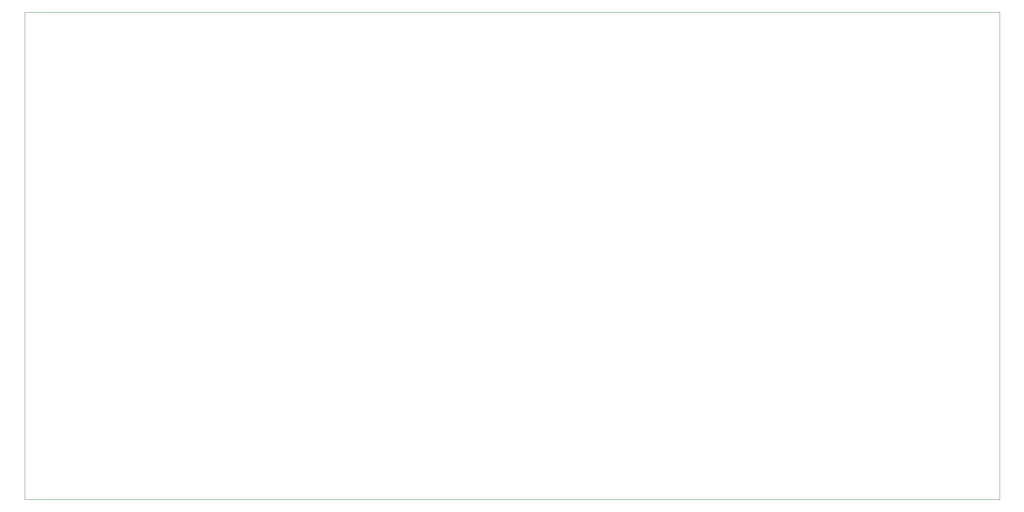
<source format=gbr>
G04 #@! TF.FileFunction,Profile,NP*
%FSLAX46Y46*%
G04 Gerber Fmt 4.6, Leading zero omitted, Abs format (unit mm)*
G04 Created by KiCad (PCBNEW 4.0.7-e2-6376~58~ubuntu16.04.1) date Thu Apr  4 23:28:41 2019*
%MOMM*%
%LPD*%
G01*
G04 APERTURE LIST*
%ADD10C,0.100000*%
G04 APERTURE END LIST*
D10*
X254000000Y-50800000D02*
X254000000Y-152400000D01*
X50800000Y-152400000D02*
X50800000Y-50800000D01*
X254000000Y-152400000D02*
X50800000Y-152400000D01*
X50800000Y-50800000D02*
X254000000Y-50800000D01*
M02*

</source>
